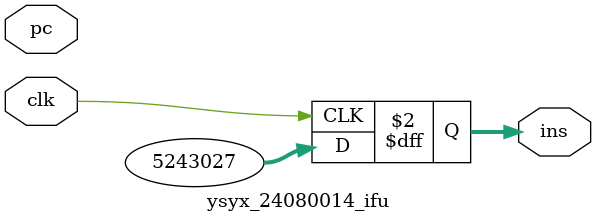
<source format=v>
module ysyx_24080014_ifu(
	input [31:0]pc,
	input clk,
	output reg[31:0]ins
);

	//import "DPI-C" function int init_mem(int size);

always @(posedge clk)
 ins = 32'b000000000101_00000000000010010011;


endmodule

</source>
